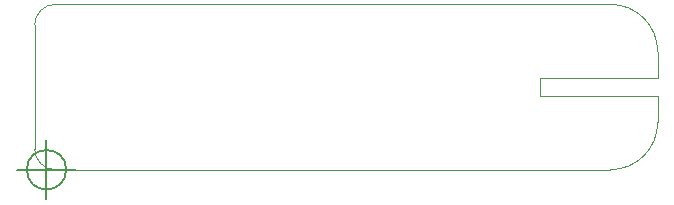
<source format=gbr>
G04 #@! TF.GenerationSoftware,KiCad,Pcbnew,(5.0.2)-1*
G04 #@! TF.CreationDate,2020-02-27T16:12:16-06:00*
G04 #@! TF.ProjectId,tri-slot-feedlines,7472692d-736c-46f7-942d-666565646c69,rev?*
G04 #@! TF.SameCoordinates,Original*
G04 #@! TF.FileFunction,Profile,NP*
%FSLAX46Y46*%
G04 Gerber Fmt 4.6, Leading zero omitted, Abs format (unit mm)*
G04 Created by KiCad (PCBNEW (5.0.2)-1) date 2/27/2020 4:12:16 PM*
%MOMM*%
%LPD*%
G01*
G04 APERTURE LIST*
%ADD10C,0.020000*%
%ADD11C,0.150000*%
G04 APERTURE END LIST*
D10*
X1000000Y-7000000D02*
G75*
G02X-750000Y-5250000I0J1750000D01*
G01*
X-750000Y5250000D02*
G75*
G02X1000000Y7000000I1750000J0D01*
G01*
D11*
X1916666Y-7000000D02*
G75*
G03X1916666Y-7000000I-1666666J0D01*
G01*
X-2250000Y-7000000D02*
X2750000Y-7000000D01*
X250000Y-4500000D02*
X250000Y-9500000D01*
D10*
X52000000Y-3000000D02*
G75*
G02X48000000Y-7000000I-4000000J0D01*
G01*
X48000000Y7000000D02*
G75*
G02X52000000Y3000000I0J-4000000D01*
G01*
X42000000Y-800000D02*
X42000000Y800000D01*
X52000000Y800000D02*
X52000000Y3000000D01*
X52000000Y-3000000D02*
X52000000Y-800000D01*
X42000000Y800000D02*
X52000000Y800000D01*
X52000000Y-800000D02*
X42000000Y-800000D01*
X1000000Y7000000D02*
X48000000Y7000000D01*
X1000000Y-7000000D02*
X48000000Y-7000000D01*
X-750000Y5250000D02*
X-750000Y-5250000D01*
M02*

</source>
